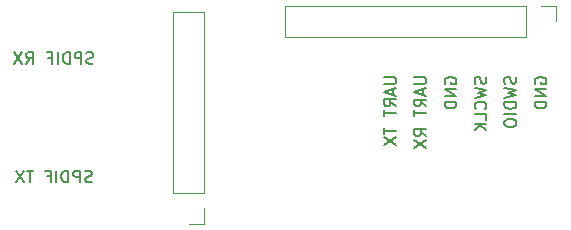
<source format=gbr>
%TF.GenerationSoftware,KiCad,Pcbnew,5.1.10-88a1d61d58~90~ubuntu20.04.1*%
%TF.CreationDate,2021-08-01T07:07:47+02:00*%
%TF.ProjectId,chalkie,6368616c-6b69-4652-9e6b-696361645f70,v1.00*%
%TF.SameCoordinates,Original*%
%TF.FileFunction,Legend,Bot*%
%TF.FilePolarity,Positive*%
%FSLAX46Y46*%
G04 Gerber Fmt 4.6, Leading zero omitted, Abs format (unit mm)*
G04 Created by KiCad (PCBNEW 5.1.10-88a1d61d58~90~ubuntu20.04.1) date 2021-08-01 07:07:47*
%MOMM*%
%LPD*%
G01*
G04 APERTURE LIST*
%ADD10C,0.150000*%
%ADD11C,0.120000*%
G04 APERTURE END LIST*
D10*
X134309523Y-95364761D02*
X134166666Y-95412380D01*
X133928571Y-95412380D01*
X133833333Y-95364761D01*
X133785714Y-95317142D01*
X133738095Y-95221904D01*
X133738095Y-95126666D01*
X133785714Y-95031428D01*
X133833333Y-94983809D01*
X133928571Y-94936190D01*
X134119047Y-94888571D01*
X134214285Y-94840952D01*
X134261904Y-94793333D01*
X134309523Y-94698095D01*
X134309523Y-94602857D01*
X134261904Y-94507619D01*
X134214285Y-94460000D01*
X134119047Y-94412380D01*
X133880952Y-94412380D01*
X133738095Y-94460000D01*
X133309523Y-95412380D02*
X133309523Y-94412380D01*
X132928571Y-94412380D01*
X132833333Y-94460000D01*
X132785714Y-94507619D01*
X132738095Y-94602857D01*
X132738095Y-94745714D01*
X132785714Y-94840952D01*
X132833333Y-94888571D01*
X132928571Y-94936190D01*
X133309523Y-94936190D01*
X132309523Y-95412380D02*
X132309523Y-94412380D01*
X132071428Y-94412380D01*
X131928571Y-94460000D01*
X131833333Y-94555238D01*
X131785714Y-94650476D01*
X131738095Y-94840952D01*
X131738095Y-94983809D01*
X131785714Y-95174285D01*
X131833333Y-95269523D01*
X131928571Y-95364761D01*
X132071428Y-95412380D01*
X132309523Y-95412380D01*
X131309523Y-95412380D02*
X131309523Y-94412380D01*
X130500000Y-94888571D02*
X130833333Y-94888571D01*
X130833333Y-95412380D02*
X130833333Y-94412380D01*
X130357142Y-94412380D01*
X128642857Y-95412380D02*
X128976190Y-94936190D01*
X129214285Y-95412380D02*
X129214285Y-94412380D01*
X128833333Y-94412380D01*
X128738095Y-94460000D01*
X128690476Y-94507619D01*
X128642857Y-94602857D01*
X128642857Y-94745714D01*
X128690476Y-94840952D01*
X128738095Y-94888571D01*
X128833333Y-94936190D01*
X129214285Y-94936190D01*
X128309523Y-94412380D02*
X127642857Y-95412380D01*
X127642857Y-94412380D02*
X128309523Y-95412380D01*
X134190476Y-105404761D02*
X134047619Y-105452380D01*
X133809523Y-105452380D01*
X133714285Y-105404761D01*
X133666666Y-105357142D01*
X133619047Y-105261904D01*
X133619047Y-105166666D01*
X133666666Y-105071428D01*
X133714285Y-105023809D01*
X133809523Y-104976190D01*
X134000000Y-104928571D01*
X134095238Y-104880952D01*
X134142857Y-104833333D01*
X134190476Y-104738095D01*
X134190476Y-104642857D01*
X134142857Y-104547619D01*
X134095238Y-104500000D01*
X134000000Y-104452380D01*
X133761904Y-104452380D01*
X133619047Y-104500000D01*
X133190476Y-105452380D02*
X133190476Y-104452380D01*
X132809523Y-104452380D01*
X132714285Y-104500000D01*
X132666666Y-104547619D01*
X132619047Y-104642857D01*
X132619047Y-104785714D01*
X132666666Y-104880952D01*
X132714285Y-104928571D01*
X132809523Y-104976190D01*
X133190476Y-104976190D01*
X132190476Y-105452380D02*
X132190476Y-104452380D01*
X131952380Y-104452380D01*
X131809523Y-104500000D01*
X131714285Y-104595238D01*
X131666666Y-104690476D01*
X131619047Y-104880952D01*
X131619047Y-105023809D01*
X131666666Y-105214285D01*
X131714285Y-105309523D01*
X131809523Y-105404761D01*
X131952380Y-105452380D01*
X132190476Y-105452380D01*
X131190476Y-105452380D02*
X131190476Y-104452380D01*
X130380952Y-104928571D02*
X130714285Y-104928571D01*
X130714285Y-105452380D02*
X130714285Y-104452380D01*
X130238095Y-104452380D01*
X129238095Y-104452380D02*
X128666666Y-104452380D01*
X128952380Y-105452380D02*
X128952380Y-104452380D01*
X128428571Y-104452380D02*
X127761904Y-105452380D01*
X127761904Y-104452380D02*
X128428571Y-105452380D01*
X158952380Y-96516666D02*
X159761904Y-96516666D01*
X159857142Y-96564285D01*
X159904761Y-96611904D01*
X159952380Y-96707142D01*
X159952380Y-96897619D01*
X159904761Y-96992857D01*
X159857142Y-97040476D01*
X159761904Y-97088095D01*
X158952380Y-97088095D01*
X159666666Y-97516666D02*
X159666666Y-97992857D01*
X159952380Y-97421428D02*
X158952380Y-97754761D01*
X159952380Y-98088095D01*
X159952380Y-98992857D02*
X159476190Y-98659523D01*
X159952380Y-98421428D02*
X158952380Y-98421428D01*
X158952380Y-98802380D01*
X159000000Y-98897619D01*
X159047619Y-98945238D01*
X159142857Y-98992857D01*
X159285714Y-98992857D01*
X159380952Y-98945238D01*
X159428571Y-98897619D01*
X159476190Y-98802380D01*
X159476190Y-98421428D01*
X158952380Y-99278571D02*
X158952380Y-99850000D01*
X159952380Y-99564285D02*
X158952380Y-99564285D01*
X158952380Y-100802380D02*
X158952380Y-101373809D01*
X159952380Y-101088095D02*
X158952380Y-101088095D01*
X158952380Y-101611904D02*
X159952380Y-102278571D01*
X158952380Y-102278571D02*
X159952380Y-101611904D01*
X161502380Y-96522619D02*
X162311904Y-96522619D01*
X162407142Y-96570238D01*
X162454761Y-96617857D01*
X162502380Y-96713095D01*
X162502380Y-96903571D01*
X162454761Y-96998809D01*
X162407142Y-97046428D01*
X162311904Y-97094047D01*
X161502380Y-97094047D01*
X162216666Y-97522619D02*
X162216666Y-97998809D01*
X162502380Y-97427380D02*
X161502380Y-97760714D01*
X162502380Y-98094047D01*
X162502380Y-98998809D02*
X162026190Y-98665476D01*
X162502380Y-98427380D02*
X161502380Y-98427380D01*
X161502380Y-98808333D01*
X161550000Y-98903571D01*
X161597619Y-98951190D01*
X161692857Y-98998809D01*
X161835714Y-98998809D01*
X161930952Y-98951190D01*
X161978571Y-98903571D01*
X162026190Y-98808333D01*
X162026190Y-98427380D01*
X161502380Y-99284523D02*
X161502380Y-99855952D01*
X162502380Y-99570238D02*
X161502380Y-99570238D01*
X162502380Y-101522619D02*
X162026190Y-101189285D01*
X162502380Y-100951190D02*
X161502380Y-100951190D01*
X161502380Y-101332142D01*
X161550000Y-101427380D01*
X161597619Y-101475000D01*
X161692857Y-101522619D01*
X161835714Y-101522619D01*
X161930952Y-101475000D01*
X161978571Y-101427380D01*
X162026190Y-101332142D01*
X162026190Y-100951190D01*
X161502380Y-101855952D02*
X162502380Y-102522619D01*
X161502380Y-102522619D02*
X162502380Y-101855952D01*
X167554761Y-96513095D02*
X167602380Y-96655952D01*
X167602380Y-96894047D01*
X167554761Y-96989285D01*
X167507142Y-97036904D01*
X167411904Y-97084523D01*
X167316666Y-97084523D01*
X167221428Y-97036904D01*
X167173809Y-96989285D01*
X167126190Y-96894047D01*
X167078571Y-96703571D01*
X167030952Y-96608333D01*
X166983333Y-96560714D01*
X166888095Y-96513095D01*
X166792857Y-96513095D01*
X166697619Y-96560714D01*
X166650000Y-96608333D01*
X166602380Y-96703571D01*
X166602380Y-96941666D01*
X166650000Y-97084523D01*
X166602380Y-97417857D02*
X167602380Y-97655952D01*
X166888095Y-97846428D01*
X167602380Y-98036904D01*
X166602380Y-98275000D01*
X167507142Y-99227380D02*
X167554761Y-99179761D01*
X167602380Y-99036904D01*
X167602380Y-98941666D01*
X167554761Y-98798809D01*
X167459523Y-98703571D01*
X167364285Y-98655952D01*
X167173809Y-98608333D01*
X167030952Y-98608333D01*
X166840476Y-98655952D01*
X166745238Y-98703571D01*
X166650000Y-98798809D01*
X166602380Y-98941666D01*
X166602380Y-99036904D01*
X166650000Y-99179761D01*
X166697619Y-99227380D01*
X167602380Y-100132142D02*
X167602380Y-99655952D01*
X166602380Y-99655952D01*
X167602380Y-100465476D02*
X166602380Y-100465476D01*
X167602380Y-101036904D02*
X167030952Y-100608333D01*
X166602380Y-101036904D02*
X167173809Y-100465476D01*
X170079761Y-96505952D02*
X170127380Y-96648809D01*
X170127380Y-96886904D01*
X170079761Y-96982142D01*
X170032142Y-97029761D01*
X169936904Y-97077380D01*
X169841666Y-97077380D01*
X169746428Y-97029761D01*
X169698809Y-96982142D01*
X169651190Y-96886904D01*
X169603571Y-96696428D01*
X169555952Y-96601190D01*
X169508333Y-96553571D01*
X169413095Y-96505952D01*
X169317857Y-96505952D01*
X169222619Y-96553571D01*
X169175000Y-96601190D01*
X169127380Y-96696428D01*
X169127380Y-96934523D01*
X169175000Y-97077380D01*
X169127380Y-97410714D02*
X170127380Y-97648809D01*
X169413095Y-97839285D01*
X170127380Y-98029761D01*
X169127380Y-98267857D01*
X170127380Y-98648809D02*
X169127380Y-98648809D01*
X169127380Y-98886904D01*
X169175000Y-99029761D01*
X169270238Y-99125000D01*
X169365476Y-99172619D01*
X169555952Y-99220238D01*
X169698809Y-99220238D01*
X169889285Y-99172619D01*
X169984523Y-99125000D01*
X170079761Y-99029761D01*
X170127380Y-98886904D01*
X170127380Y-98648809D01*
X170127380Y-99648809D02*
X169127380Y-99648809D01*
X169127380Y-100315476D02*
X169127380Y-100505952D01*
X169175000Y-100601190D01*
X169270238Y-100696428D01*
X169460714Y-100744047D01*
X169794047Y-100744047D01*
X169984523Y-100696428D01*
X170079761Y-100601190D01*
X170127380Y-100505952D01*
X170127380Y-100315476D01*
X170079761Y-100220238D01*
X169984523Y-100125000D01*
X169794047Y-100077380D01*
X169460714Y-100077380D01*
X169270238Y-100125000D01*
X169175000Y-100220238D01*
X169127380Y-100315476D01*
X164100000Y-97088095D02*
X164052380Y-96992857D01*
X164052380Y-96850000D01*
X164100000Y-96707142D01*
X164195238Y-96611904D01*
X164290476Y-96564285D01*
X164480952Y-96516666D01*
X164623809Y-96516666D01*
X164814285Y-96564285D01*
X164909523Y-96611904D01*
X165004761Y-96707142D01*
X165052380Y-96850000D01*
X165052380Y-96945238D01*
X165004761Y-97088095D01*
X164957142Y-97135714D01*
X164623809Y-97135714D01*
X164623809Y-96945238D01*
X165052380Y-97564285D02*
X164052380Y-97564285D01*
X165052380Y-98135714D01*
X164052380Y-98135714D01*
X165052380Y-98611904D02*
X164052380Y-98611904D01*
X164052380Y-98850000D01*
X164100000Y-98992857D01*
X164195238Y-99088095D01*
X164290476Y-99135714D01*
X164480952Y-99183333D01*
X164623809Y-99183333D01*
X164814285Y-99135714D01*
X164909523Y-99088095D01*
X165004761Y-98992857D01*
X165052380Y-98850000D01*
X165052380Y-98611904D01*
X171725000Y-97088095D02*
X171677380Y-96992857D01*
X171677380Y-96850000D01*
X171725000Y-96707142D01*
X171820238Y-96611904D01*
X171915476Y-96564285D01*
X172105952Y-96516666D01*
X172248809Y-96516666D01*
X172439285Y-96564285D01*
X172534523Y-96611904D01*
X172629761Y-96707142D01*
X172677380Y-96850000D01*
X172677380Y-96945238D01*
X172629761Y-97088095D01*
X172582142Y-97135714D01*
X172248809Y-97135714D01*
X172248809Y-96945238D01*
X172677380Y-97564285D02*
X171677380Y-97564285D01*
X172677380Y-98135714D01*
X171677380Y-98135714D01*
X172677380Y-98611904D02*
X171677380Y-98611904D01*
X171677380Y-98850000D01*
X171725000Y-98992857D01*
X171820238Y-99088095D01*
X171915476Y-99135714D01*
X172105952Y-99183333D01*
X172248809Y-99183333D01*
X172439285Y-99135714D01*
X172534523Y-99088095D01*
X172629761Y-98992857D01*
X172677380Y-98850000D01*
X172677380Y-98611904D01*
D11*
%TO.C,J1*%
X173530000Y-91800000D02*
X173530000Y-90470000D01*
X173530000Y-90470000D02*
X172200000Y-90470000D01*
X170930000Y-90470000D02*
X150550000Y-90470000D01*
X150550000Y-93130000D02*
X150550000Y-90470000D01*
X170930000Y-93130000D02*
X150550000Y-93130000D01*
X170930000Y-93130000D02*
X170930000Y-90470000D01*
%TO.C,J2*%
X141070000Y-106350000D02*
X143730000Y-106350000D01*
X141070000Y-106350000D02*
X141070000Y-91050000D01*
X141070000Y-91050000D02*
X143730000Y-91050000D01*
X143730000Y-106350000D02*
X143730000Y-91050000D01*
X143730000Y-108950000D02*
X143730000Y-107620000D01*
X142400000Y-108950000D02*
X143730000Y-108950000D01*
%TD*%
M02*

</source>
